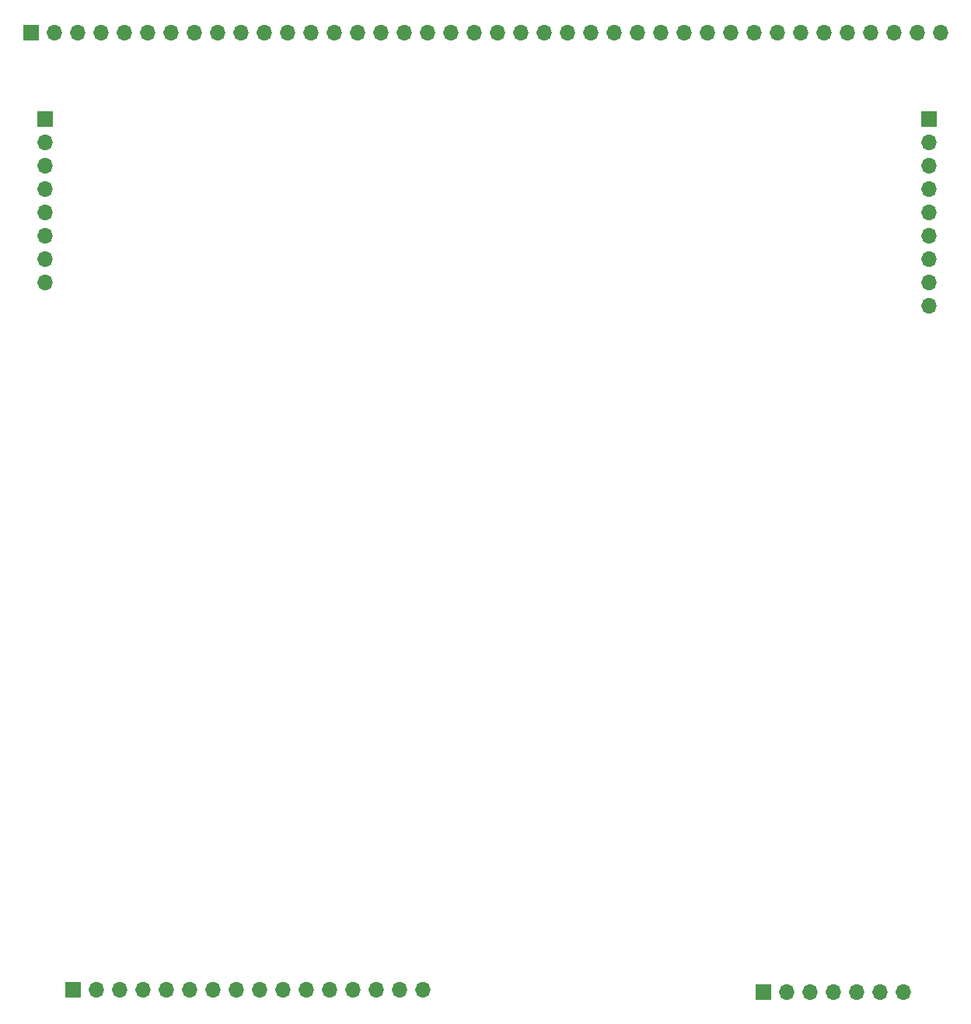
<source format=gbr>
%TF.GenerationSoftware,KiCad,Pcbnew,(6.0.0-0)*%
%TF.CreationDate,2022-03-08T07:11:21-05:00*%
%TF.ProjectId,Backplane-Memory-2022,4261636b-706c-4616-9e65-2d4d656d6f72,rev?*%
%TF.SameCoordinates,Original*%
%TF.FileFunction,Soldermask,Bot*%
%TF.FilePolarity,Negative*%
%FSLAX46Y46*%
G04 Gerber Fmt 4.6, Leading zero omitted, Abs format (unit mm)*
G04 Created by KiCad (PCBNEW (6.0.0-0)) date 2022-03-08 07:11:21*
%MOMM*%
%LPD*%
G01*
G04 APERTURE LIST*
%ADD10R,1.700000X1.700000*%
%ADD11O,1.700000X1.700000*%
G04 APERTURE END LIST*
D10*
%TO.C,J5*%
X187706000Y-48260000D03*
D11*
X187706000Y-50800000D03*
X187706000Y-53340000D03*
X187706000Y-55880000D03*
X187706000Y-58420000D03*
X187706000Y-60960000D03*
X187706000Y-63500000D03*
X187706000Y-66040000D03*
X187706000Y-68580000D03*
%TD*%
D10*
%TO.C,J2*%
X91440000Y-48298000D03*
D11*
X91440000Y-50838000D03*
X91440000Y-53378000D03*
X91440000Y-55918000D03*
X91440000Y-58458000D03*
X91440000Y-60998000D03*
X91440000Y-63538000D03*
X91440000Y-66078000D03*
%TD*%
D10*
%TO.C,J1*%
X169667000Y-143256000D03*
D11*
X172207000Y-143256000D03*
X174747000Y-143256000D03*
X177287000Y-143256000D03*
X179827000Y-143256000D03*
X182367000Y-143256000D03*
X184907000Y-143256000D03*
%TD*%
D10*
%TO.C,J4*%
X94488000Y-143002000D03*
D11*
X97028000Y-143002000D03*
X99568000Y-143002000D03*
X102108000Y-143002000D03*
X104648000Y-143002000D03*
X107188000Y-143002000D03*
X109728000Y-143002000D03*
X112268000Y-143002000D03*
X114808000Y-143002000D03*
X117348000Y-143002000D03*
X119888000Y-143002000D03*
X122428000Y-143002000D03*
X124968000Y-143002000D03*
X127508000Y-143002000D03*
X130048000Y-143002000D03*
X132588000Y-143002000D03*
%TD*%
D10*
%TO.C,J3*%
X89916000Y-38862000D03*
D11*
X92456000Y-38862000D03*
X94996000Y-38862000D03*
X97536000Y-38862000D03*
X100076000Y-38862000D03*
X102616000Y-38862000D03*
X105156000Y-38862000D03*
X107696000Y-38862000D03*
X110236000Y-38862000D03*
X112776000Y-38862000D03*
X115316000Y-38862000D03*
X117856000Y-38862000D03*
X120396000Y-38862000D03*
X122936000Y-38862000D03*
X125476000Y-38862000D03*
X128016000Y-38862000D03*
X130556000Y-38862000D03*
X133096000Y-38862000D03*
X135636000Y-38862000D03*
X138176000Y-38862000D03*
X140716000Y-38862000D03*
X143256000Y-38862000D03*
X145796000Y-38862000D03*
X148336000Y-38862000D03*
X150876000Y-38862000D03*
X153416000Y-38862000D03*
X155956000Y-38862000D03*
X158496000Y-38862000D03*
X161036000Y-38862000D03*
X163576000Y-38862000D03*
X166116000Y-38862000D03*
X168656000Y-38862000D03*
X171196000Y-38862000D03*
X173736000Y-38862000D03*
X176276000Y-38862000D03*
X178816000Y-38862000D03*
X181356000Y-38862000D03*
X183896000Y-38862000D03*
X186436000Y-38862000D03*
X188976000Y-38862000D03*
%TD*%
M02*

</source>
